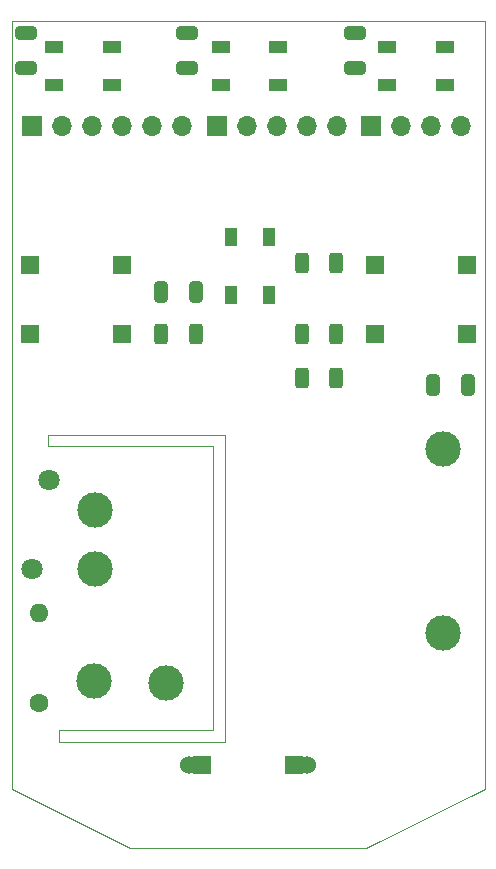
<source format=gts>
G04 #@! TF.GenerationSoftware,KiCad,Pcbnew,5.99.0-unknown-4594d88417~130~ubuntu20.04.1*
G04 #@! TF.CreationDate,2021-07-04T17:01:17+02:00*
G04 #@! TF.ProjectId,SLS,534c532e-6b69-4636-9164-5f7063625858,rev?*
G04 #@! TF.SameCoordinates,Original*
G04 #@! TF.FileFunction,Soldermask,Top*
G04 #@! TF.FilePolarity,Negative*
%FSLAX46Y46*%
G04 Gerber Fmt 4.6, Leading zero omitted, Abs format (unit mm)*
G04 Created by KiCad (PCBNEW 5.99.0-unknown-4594d88417~130~ubuntu20.04.1) date 2021-07-04 17:01:17*
%MOMM*%
%LPD*%
G01*
G04 APERTURE LIST*
G04 Aperture macros list*
%AMRoundRect*
0 Rectangle with rounded corners*
0 $1 Rounding radius*
0 $2 $3 $4 $5 $6 $7 $8 $9 X,Y pos of 4 corners*
0 Add a 4 corners polygon primitive as box body*
4,1,4,$2,$3,$4,$5,$6,$7,$8,$9,$2,$3,0*
0 Add four circle primitives for the rounded corners*
1,1,$1+$1,$2,$3*
1,1,$1+$1,$4,$5*
1,1,$1+$1,$6,$7*
1,1,$1+$1,$8,$9*
0 Add four rect primitives between the rounded corners*
20,1,$1+$1,$2,$3,$4,$5,0*
20,1,$1+$1,$4,$5,$6,$7,0*
20,1,$1+$1,$6,$7,$8,$9,0*
20,1,$1+$1,$8,$9,$2,$3,0*%
G04 Aperture macros list end*
G04 #@! TA.AperFunction,Profile*
%ADD10C,0.050000*%
G04 #@! TD*
%ADD11RoundRect,0.250000X-0.650000X0.325000X-0.650000X-0.325000X0.650000X-0.325000X0.650000X0.325000X0*%
%ADD12R,1.500000X1.500000*%
%ADD13R,1.500000X1.000000*%
%ADD14C,3.000000*%
%ADD15RoundRect,0.250000X-0.325000X-0.650000X0.325000X-0.650000X0.325000X0.650000X-0.325000X0.650000X0*%
%ADD16RoundRect,0.250000X-0.312500X-0.625000X0.312500X-0.625000X0.312500X0.625000X-0.312500X0.625000X0*%
%ADD17C,1.800000*%
%ADD18C,1.600000*%
%ADD19O,1.600000X1.600000*%
%ADD20C,1.524000*%
%ADD21RoundRect,0.250000X0.312500X0.625000X-0.312500X0.625000X-0.312500X-0.625000X0.312500X-0.625000X0*%
%ADD22R,1.000000X1.500000*%
%ADD23RoundRect,0.250000X0.325000X0.650000X-0.325000X0.650000X-0.325000X-0.650000X0.325000X-0.650000X0*%
%ADD24R,1.700000X1.700000*%
%ADD25O,1.700000X1.700000*%
G04 APERTURE END LIST*
D10*
X47000000Y-76000000D02*
X33000000Y-76000000D01*
X30000000Y-105000000D02*
X30000000Y-40000000D01*
X48000000Y-101000000D02*
X34000000Y-101000000D01*
X70000000Y-105000000D02*
X60000000Y-110000000D01*
X40000000Y-110000000D02*
X30000000Y-105000000D01*
X48000000Y-75000000D02*
X48000000Y-101000000D01*
X33000000Y-76000000D02*
X33000000Y-75000000D01*
X30000000Y-40000000D02*
X70000000Y-40000000D01*
X33000000Y-75000000D02*
X48000000Y-75000000D01*
X34000000Y-101000000D02*
X34000000Y-100000000D01*
X70000000Y-40000000D02*
X70000000Y-105000000D01*
X60000000Y-110000000D02*
X40000000Y-110000000D01*
X34000000Y-100000000D02*
X47000000Y-100000000D01*
X47000000Y-100000000D02*
X47000000Y-76000000D01*
D11*
X59000000Y-41025000D03*
X59000000Y-43975000D03*
D12*
X39300000Y-66500000D03*
X31500000Y-66500000D03*
X68500000Y-66500000D03*
X60700000Y-66500000D03*
D13*
X47650000Y-42200000D03*
X47650000Y-45400000D03*
X52550000Y-45400000D03*
X52550000Y-42200000D03*
D14*
X43000000Y-96000000D03*
X37050000Y-81400000D03*
X37050000Y-86400000D03*
X66450000Y-76200000D03*
X66450000Y-91800000D03*
D11*
X44800000Y-41025000D03*
X44800000Y-43975000D03*
D15*
X65625000Y-70800000D03*
X68575000Y-70800000D03*
D16*
X54537500Y-60500000D03*
X57462500Y-60500000D03*
D17*
X33100000Y-78850000D03*
X31700000Y-86350000D03*
D13*
X33550000Y-42200000D03*
X33550000Y-45400000D03*
X38450000Y-45400000D03*
X38450000Y-42200000D03*
D14*
X36950000Y-95900000D03*
D13*
X61750000Y-42200000D03*
X61750000Y-45400000D03*
X66650000Y-45400000D03*
X66650000Y-42200000D03*
D16*
X42637500Y-66500000D03*
X45562500Y-66500000D03*
D18*
X32300000Y-97700000D03*
D19*
X32300000Y-90080000D03*
D12*
X53900000Y-103000000D03*
D20*
X55000000Y-103000000D03*
D12*
X46100000Y-103000000D03*
D20*
X45000000Y-103000000D03*
D11*
X31200000Y-41025000D03*
X31200000Y-43975000D03*
D21*
X57462500Y-70200000D03*
X54537500Y-70200000D03*
D22*
X48550000Y-63200000D03*
X51750000Y-63200000D03*
X51750000Y-58300000D03*
X48550000Y-58300000D03*
D16*
X54537500Y-66500000D03*
X57462500Y-66500000D03*
D23*
X45575000Y-62900000D03*
X42625000Y-62900000D03*
D12*
X68500000Y-60600000D03*
X60700000Y-60600000D03*
X31500000Y-60650000D03*
X39300000Y-60650000D03*
D24*
X31700000Y-48900000D03*
D25*
X34240000Y-48900000D03*
X36780000Y-48900000D03*
X39320000Y-48900000D03*
X41860000Y-48900000D03*
X44400000Y-48900000D03*
D24*
X47325000Y-48900000D03*
D25*
X49865000Y-48900000D03*
X52405000Y-48900000D03*
X54945000Y-48900000D03*
X57485000Y-48900000D03*
D24*
X60400000Y-48900000D03*
D25*
X62940000Y-48900000D03*
X65480000Y-48900000D03*
X68020000Y-48900000D03*
M02*

</source>
